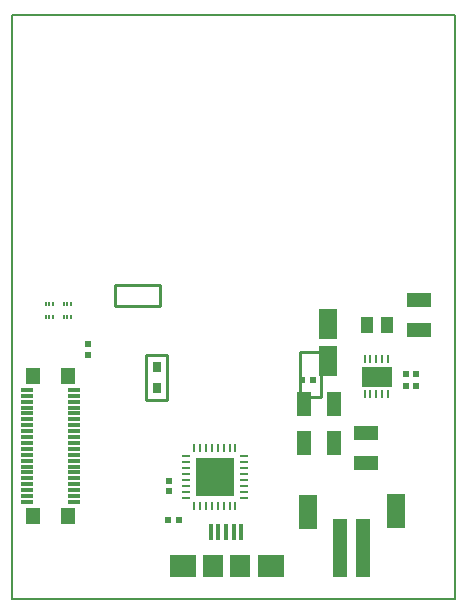
<source format=gbp>
%FSLAX25Y25*%
%MOIN*%
G70*
G01*
G75*
G04 Layer_Color=128*
%ADD10C,0.01244*%
%ADD11C,0.01772*%
%ADD12C,0.00787*%
%ADD13C,0.01000*%
%ADD14C,0.01575*%
%ADD15R,0.01969X0.01969*%
%ADD16R,0.01969X0.01969*%
%ADD17R,0.19291X0.19291*%
%ADD18O,0.00984X0.02756*%
%ADD19O,0.02756X0.00984*%
%ADD20R,0.04134X0.04134*%
%ADD21R,0.04134X0.08858*%
%ADD22R,0.01083X0.00984*%
%ADD23R,0.01083X0.01969*%
%ADD24R,0.03150X0.06693*%
%ADD25R,0.07992X0.05000*%
%ADD26R,0.05512X0.04724*%
%ADD27R,0.12992X0.12992*%
%ADD28O,0.00984X0.03150*%
%ADD29O,0.03150X0.00984*%
%ADD30R,0.03937X0.01575*%
%ADD31R,0.03150X0.03543*%
%ADD32R,0.03543X0.03150*%
%ADD33C,0.00787*%
%ADD34R,0.02362X0.01969*%
%ADD35C,0.05906*%
%ADD36O,0.02559X0.00984*%
%ADD37O,0.00984X0.02559*%
%ADD38R,0.11024X0.11024*%
%ADD39R,0.03543X0.06299*%
%ADD40R,0.04921X0.07874*%
%ADD41R,0.05118X0.06693*%
%ADD42O,0.02559X0.00787*%
%ADD43O,0.00787X0.02559*%
%ADD44R,0.03307X0.04803*%
%ADD45R,0.01740X0.01378*%
%ADD46R,0.01772X0.00984*%
%ADD47R,0.02756X0.06299*%
%ADD48C,0.01264*%
%ADD49C,0.01969*%
%ADD50C,0.00866*%
%ADD51C,0.00709*%
%ADD52C,0.00800*%
%ADD53C,0.00591*%
%ADD54C,0.00669*%
%ADD55C,0.00984*%
%ADD56C,0.01181*%
%ADD57C,0.01378*%
%ADD58C,0.01410*%
%ADD59R,0.01953X0.01969*%
%ADD60R,0.02953X0.01969*%
%ADD61R,0.05906X0.04134*%
%ADD62R,0.04423X0.05873*%
%ADD63R,0.09700X0.03900*%
%ADD64R,0.06400X0.04800*%
%ADD65R,0.02400X0.02800*%
%ADD66R,0.02800X0.02400*%
%ADD67R,0.02500X0.02800*%
%ADD68R,0.15900X0.01100*%
%ADD69R,0.02589X0.09647*%
%ADD70R,0.01975X0.09510*%
%ADD71R,0.05649X0.04800*%
%ADD72R,0.18046X0.01322*%
%ADD73R,0.18000X0.02233*%
%ADD74R,0.01364X0.08514*%
%ADD75R,0.01331X0.08465*%
%ADD76R,0.22123X0.02927*%
%ADD77R,0.09823X0.14573*%
%ADD78R,0.08600X0.05500*%
%ADD79R,0.08100X0.05600*%
%ADD80R,0.03700X0.03400*%
%ADD81R,0.06197X0.04400*%
%ADD82R,0.22700X0.03200*%
%ADD83R,0.08421X0.04909*%
%ADD84R,0.01422X0.05191*%
%ADD85R,0.01545X0.00445*%
%ADD86R,0.01558X0.02675*%
%ADD87R,0.04000X0.02020*%
%ADD88C,0.02165*%
%ADD89C,0.01969*%
%ADD90C,0.01575*%
%ADD91C,0.01772*%
%ADD92C,0.11811*%
%ADD93C,0.03543*%
%ADD94C,0.02598*%
%ADD95C,0.02756*%
%ADD96C,0.02559*%
%ADD97C,0.02362*%
%ADD98C,0.02756*%
%ADD99C,0.03937*%
%ADD100R,0.04724X0.05315*%
%ADD101R,0.03937X0.01378*%
%ADD102R,0.03937X0.05709*%
%ADD103R,0.05000X0.07992*%
%ADD104R,0.09843X0.06890*%
%ADD105R,0.00906X0.03150*%
%ADD106R,0.06299X0.09843*%
%ADD107R,0.04724X0.19685*%
%ADD108R,0.06299X0.11811*%
%ADD109O,0.00591X0.01969*%
%ADD110O,0.02953X0.00984*%
%ADD111O,0.00984X0.02953*%
%ADD112R,0.07087X0.07480*%
%ADD113R,0.09055X0.07480*%
%ADD114R,0.01575X0.05512*%
%ADD115C,0.00394*%
%ADD116C,0.00276*%
%ADD117C,0.00291*%
%ADD118R,0.06800X0.02800*%
%ADD119R,0.03123X0.17100*%
%ADD120R,0.05000X0.10600*%
%ADD121R,0.11300X0.04200*%
%ADD122R,0.50400X0.01200*%
%ADD123R,0.02911X0.17100*%
%ADD124R,0.12600X0.02800*%
%ADD125R,0.02756X0.02756*%
%ADD126R,0.02756X0.02756*%
%ADD127R,0.20079X0.20079*%
%ADD128O,0.01772X0.03543*%
%ADD129O,0.03543X0.01772*%
%ADD130R,0.04921X0.04921*%
%ADD131R,0.04921X0.09646*%
%ADD132R,0.01870X0.01772*%
%ADD133R,0.01870X0.02756*%
%ADD134R,0.03937X0.07480*%
%ADD135R,0.08780X0.05787*%
%ADD136R,0.06299X0.05512*%
%ADD137R,0.13780X0.13780*%
%ADD138O,0.01772X0.03937*%
%ADD139O,0.03937X0.01772*%
%ADD140R,0.04567X0.02205*%
%ADD141R,0.03937X0.04331*%
%ADD142R,0.04331X0.03937*%
%ADD143C,0.01339*%
%ADD144R,0.03150X0.02756*%
%ADD145C,0.06693*%
%ADD146O,0.03347X0.01772*%
%ADD147O,0.01772X0.03347*%
%ADD148R,0.11811X0.11811*%
%ADD149R,0.04331X0.07087*%
%ADD150R,0.05709X0.08661*%
%ADD151R,0.05906X0.07480*%
%ADD152O,0.03110X0.01339*%
%ADD153O,0.01339X0.03110*%
%ADD154R,0.04095X0.05591*%
%ADD155R,0.02528X0.02165*%
%ADD156R,0.02165X0.01378*%
%ADD157C,0.02953*%
%ADD158C,0.02126*%
%ADD159C,0.12598*%
%ADD160C,0.04331*%
%ADD161C,0.02559*%
%ADD162C,0.03150*%
%ADD163R,0.05039X0.05630*%
%ADD164R,0.04252X0.01693*%
%ADD165R,0.04724X0.06496*%
%ADD166R,0.05787X0.08780*%
%ADD167R,0.10642X0.07690*%
%ADD168R,0.01299X0.03543*%
%ADD169R,0.07087X0.10630*%
%ADD170R,0.05118X0.20079*%
%ADD171R,0.06693X0.12205*%
%ADD172O,0.00984X0.02362*%
%ADD173O,0.03740X0.01772*%
%ADD174O,0.01772X0.03740*%
%ADD175R,0.07874X0.08268*%
%ADD176R,0.09843X0.08268*%
%ADD177R,0.02362X0.06299*%
%ADD178C,0.02756*%
%ADD179C,0.03386*%
D12*
X0Y0D02*
Y194587D01*
Y0D02*
X147638D01*
X0Y194587D02*
X147638D01*
Y0D02*
Y194587D01*
D13*
X44700Y81500D02*
X51700D01*
Y66500D02*
Y81500D01*
X44700Y66500D02*
X51700D01*
X44700D02*
Y81500D01*
X95811Y67260D02*
Y82260D01*
X102811D01*
Y67260D02*
Y82260D01*
X95811Y67260D02*
X102811D01*
X34189Y104583D02*
X49189D01*
Y97583D02*
Y104583D01*
X34189Y97583D02*
X49189D01*
X34189D02*
Y104583D01*
D15*
X55564Y26300D02*
D03*
X52021D02*
D03*
X134610Y75000D02*
D03*
X131067D02*
D03*
X96716Y73130D02*
D03*
X100260D02*
D03*
X134610Y71063D02*
D03*
X131067D02*
D03*
D16*
X52264Y35925D02*
D03*
Y39469D02*
D03*
X25098Y81398D02*
D03*
Y84941D02*
D03*
D25*
X135398Y89803D02*
D03*
Y99803D02*
D03*
X117976Y55472D02*
D03*
Y45472D02*
D03*
D27*
X67500Y40700D02*
D03*
D31*
X48200Y70413D02*
D03*
Y77500D02*
D03*
D100*
X18701Y74409D02*
D03*
X6890D02*
D03*
Y27854D02*
D03*
X18701D02*
D03*
D101*
X20571Y32382D02*
D03*
Y34350D02*
D03*
Y36319D02*
D03*
Y38287D02*
D03*
Y40256D02*
D03*
Y42224D02*
D03*
Y44193D02*
D03*
Y46161D02*
D03*
Y48130D02*
D03*
Y50098D02*
D03*
Y52067D02*
D03*
Y54035D02*
D03*
Y56004D02*
D03*
Y57972D02*
D03*
Y59941D02*
D03*
Y61909D02*
D03*
Y63878D02*
D03*
Y65846D02*
D03*
Y67815D02*
D03*
Y69784D02*
D03*
X5020Y69784D02*
D03*
Y67815D02*
D03*
Y65847D02*
D03*
Y63878D02*
D03*
Y61910D02*
D03*
Y59941D02*
D03*
Y57972D02*
D03*
Y56004D02*
D03*
Y54035D02*
D03*
Y52067D02*
D03*
Y50098D02*
D03*
Y48130D02*
D03*
Y46161D02*
D03*
Y44193D02*
D03*
Y42224D02*
D03*
Y40256D02*
D03*
Y38287D02*
D03*
Y36319D02*
D03*
Y34350D02*
D03*
Y32382D02*
D03*
Y34350D02*
D03*
D102*
X125000Y91430D02*
D03*
X118307D02*
D03*
D103*
X97150Y64961D02*
D03*
X107150D02*
D03*
X97150Y52067D02*
D03*
X107150D02*
D03*
D104*
X121421Y74213D02*
D03*
D105*
X117421Y80013D02*
D03*
X119390D02*
D03*
X121358D02*
D03*
X123327D02*
D03*
X125295D02*
D03*
Y68398D02*
D03*
X123327D02*
D03*
X121358D02*
D03*
X119390D02*
D03*
X117421D02*
D03*
D106*
X105083Y91732D02*
D03*
Y79527D02*
D03*
D107*
X109100Y16900D02*
D03*
X116974D02*
D03*
D108*
X128000Y29300D02*
D03*
X98400Y29100D02*
D03*
D109*
X19488Y98524D02*
D03*
X18307D02*
D03*
X17126D02*
D03*
Y94193D02*
D03*
X18307D02*
D03*
X19488D02*
D03*
X13484Y98327D02*
D03*
X12303D02*
D03*
X11122D02*
D03*
Y93996D02*
D03*
X12303D02*
D03*
X13484D02*
D03*
D110*
X77244Y47590D02*
D03*
Y45621D02*
D03*
Y43653D02*
D03*
Y41684D02*
D03*
Y39716D02*
D03*
Y37747D02*
D03*
Y35779D02*
D03*
Y33810D02*
D03*
X57756D02*
D03*
Y35779D02*
D03*
Y37747D02*
D03*
Y39716D02*
D03*
Y41684D02*
D03*
Y43653D02*
D03*
Y45621D02*
D03*
Y47590D02*
D03*
D111*
X74390Y30956D02*
D03*
X72421D02*
D03*
X70453D02*
D03*
X68484D02*
D03*
X66516D02*
D03*
X64547D02*
D03*
X62579D02*
D03*
X60610D02*
D03*
Y50444D02*
D03*
X62579D02*
D03*
X64547D02*
D03*
X66516D02*
D03*
X68484D02*
D03*
X70453D02*
D03*
X72421D02*
D03*
X74390D02*
D03*
D112*
X67000Y11079D02*
D03*
X76000D02*
D03*
D113*
X86300D02*
D03*
X56800D02*
D03*
D114*
X66064Y22300D02*
D03*
X68623D02*
D03*
X71182D02*
D03*
X73741D02*
D03*
X76300D02*
D03*
M02*

</source>
